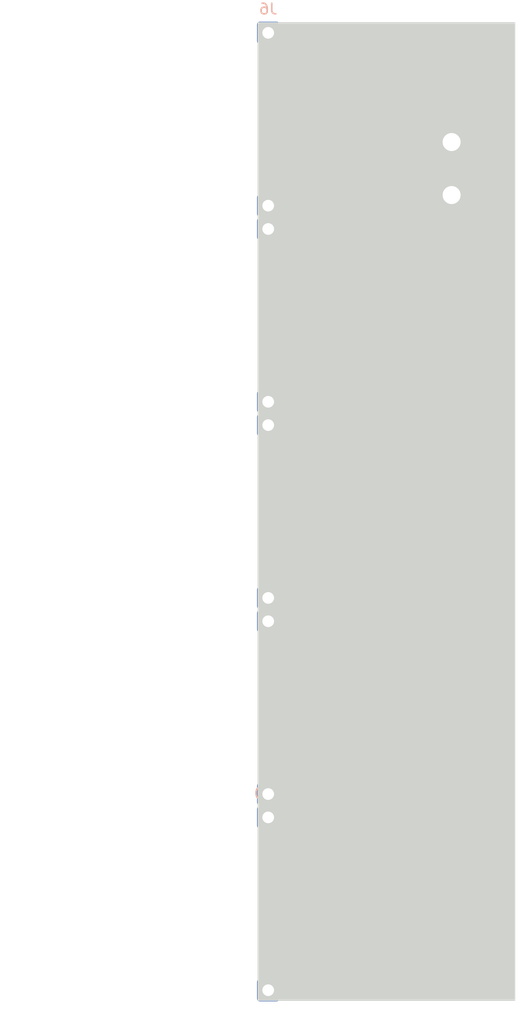
<source format=kicad_pcb>
(kicad_pcb (version 20240108) (generator "pcbnew") (generator_version "8.0")
  (layers (0 "F.Cu" signal) (31 "B.Cu" signal) (34 "B.Paste" user) (35 "F.Paste" user) (36 "B.SilkS" user "B.Silkscreen") (37 "F.SilkS" user "F.Silkscreen") (38 "B.Mask" user) (39 "F.Mask" user) (44 "Edge.Cuts" user))
  (net 0 "")
  (net 1 "GND")
  (net 2 "PWR")
  (net 3 "Net-(J11-Pin_1)")
  (footprint "Connector_Wire:SolderWire-0.5sqmm_1x01_D0.9mm_OD2.1mm" (layer "F.Cu") (at 134.7 127.5)
    (property "Reference" "J9" (at 0 -2.25 0) (layer "F.SilkS"))
    (property "Value" "Conn_01x01_Socket")
    (pad "1" thru_hole roundrect (at 0 0) (size 2.1 2.1) (drill 1.1) (layers "*.Cu" "*.Mask") (roundrect_rratio 0.119048) (net 1 "GND"))
  )
  (footprint "Connector_Wire:SolderWire-0.5sqmm_1x01_D0.9mm_OD2.1mm" (layer "F.Cu") (at 134.7 90.5)
    (property "Reference" "J7" (at 0 -2.25 0) (layer "F.SilkS"))
    (property "Value" "Conn_01x01_Socket")
    (pad "1" thru_hole roundrect (at 0 0) (size 2.1 2.1) (drill 1.1) (layers "*.Cu" "*.Mask") (roundrect_rratio 0.119048) (net 1 "GND"))
  )
  (footprint "Connector_Wire:SolderWire-0.5sqmm_1x01_D0.9mm_OD2.1mm" (layer "F.Cu") (at 134.7 53.5)
    (property "Reference" "J1" (at 0 -2.25 0) (layer "F.SilkS"))
    (property "Value" "Conn_01x01_Socket")
    (pad "1" thru_hole roundrect (at 0 0) (size 2.1 2.1) (drill 1.1) (layers "*.Cu" "*.Mask") (roundrect_rratio 0.119048) (net 1 "GND"))
  )
  (footprint "Resistor_SMD:R_2010_5025Metric_Pad1.40x2.65mm_HandSolder" (layer "F.Cu") (at 150.1 40)
    (property "Reference" "R1" (at 0 -2.28 0) (layer "F.SilkS"))
    (property "Value" "R")
    (fp_line (start -1.527064 -1.36) (end 1.527064 -1.36) (stroke (width 0.12)) (layer "F.SilkS"))
    (fp_line (start -1.527064 1.36) (end 1.527064 1.36) (stroke (width 0.12)) (layer "F.SilkS"))
    (pad "1" smd roundrect (at -2.4 0) (size 1.4 2.65) (layers "F.Cu" "F.Paste" "F.Mask") (roundrect_rratio 0.178571) (net 2 "PWR"))
    (pad "2" smd roundrect (at 2.4 0) (size 1.4 2.65) (layers "F.Cu" "F.Paste" "F.Mask") (roundrect_rratio 0.178571) (net 3 "Net-(J11-Pin_1)"))
  )
  (footprint "Connector_JST:JST_NV_B02P-NV_1x02_P5.00mm_Vertical" (layer "F.Cu") (at 152 52.5 90)
    (property "Reference" "J11" (at 2.5 -4.9 90) (layer "F.SilkS"))
    (property "Value" "Conn_01x02_Socket")
    (fp_line (start 7.61 -3.81) (end -2.61 -3.81) (stroke (width 0.12)) (layer "F.SilkS"))
    (fp_line (start -2.61 -3.81) (end -2.61 4.91) (stroke (width 0.12)) (layer "F.SilkS"))
    (fp_line (start -3.41 -0.3) (end -2.81 0) (stroke (width 0.12)) (layer "F.SilkS"))
    (fp_line (start -2.81 0) (end -3.41 0.3) (stroke (width 0.12)) (layer "F.SilkS"))
    (fp_line (start -3.41 0.3) (end -3.41 -0.3) (stroke (width 0.12)) (layer "F.SilkS"))
    (fp_line (start 7.61 4.91) (end 7.61 -3.81) (stroke (width 0.12)) (layer "F.SilkS"))
    (fp_line (start -2.61 4.91) (end 7.61 4.91) (stroke (width 0.12)) (layer "F.SilkS"))
    (pad "1" thru_hole roundrect (at 0 0 90) (size 2.7 2.7) (drill 1.7) (layers "*.Cu" "*.Mask") (roundrect_rratio 0.092593) (net 3 "Net-(J11-Pin_1)"))
    (pad "2" thru_hole circle (at 5 0 90) (size 2.7 2.7) (drill 1.7) (layers "*.Cu" "*.Mask") (net 1 "GND"))
  )
  (footprint "Connector_Wire:SolderWire-0.5sqmm_1x01_D0.9mm_OD2.1mm" (layer "F.Cu") (at 134.7 72)
    (property "Reference" "J5" (at 0 -2.25 0) (layer "F.SilkS"))
    (property "Value" "Conn_01x01_Socket")
    (pad "1" thru_hole roundrect (at 0 0) (size 2.1 2.1) (drill 1.1) (layers "*.Cu" "*.Mask") (roundrect_rratio 0.119048) (net 1 "GND"))
  )
  (footprint "Connector_Wire:SolderWire-0.5sqmm_1x01_D0.9mm_OD2.1mm" (layer "F.Cu") (at 134.7 109)
    (property "Reference" "J3" (at 0 -2.25 0) (layer "F.SilkS"))
    (property "Value" "Conn_01x01_Socket")
    (pad "1" thru_hole roundrect (at 0 0) (size 2.1 2.1) (drill 1.1) (layers "*.Cu" "*.Mask") (roundrect_rratio 0.119048) (net 1 "GND"))
  )
  (footprint "Connector_Wire:SolderWire-0.5sqmm_1x01_D0.9mm_OD2.1mm" (layer "B.Cu") (at 134.7 111.2 180)
    (property "Reference" "J10" (at 0 2.25 0) (layer "B.SilkS") (effects (justify mirror)))
    (property "Value" "Conn_01x01_Socket")
    (pad "1" thru_hole roundrect (at 0 0 180) (size 2.1 2.1) (drill 1.1) (layers "*.Cu" "*.Mask") (roundrect_rratio 0.119048) (net 2 "PWR"))
  )
  (footprint "Connector_Wire:SolderWire-0.5sqmm_1x01_D0.9mm_OD2.1mm" (layer "B.Cu") (at 134.7 74.2 180)
    (property "Reference" "J8" (at 0 2.25 0) (layer "B.SilkS") (effects (justify mirror)))
    (property "Value" "Conn_01x01_Socket")
    (pad "1" thru_hole roundrect (at 0 0 180) (size 2.1 2.1) (drill 1.1) (layers "*.Cu" "*.Mask") (roundrect_rratio 0.119048) (net 2 "PWR"))
  )
  (footprint "Connector_Wire:SolderWire-0.5sqmm_1x01_D0.9mm_OD2.1mm" (layer "B.Cu") (at 134.7 92.7 180)
    (property "Reference" "J4" (at 0 2.25 0) (layer "B.SilkS") (effects (justify mirror)))
    (property "Value" "Conn_01x01_Socket")
    (pad "1" thru_hole roundrect (at 0 0 180) (size 2.1 2.1) (drill 1.1) (layers "*.Cu" "*.Mask") (roundrect_rratio 0.119048) (net 2 "PWR"))
  )
  (footprint "Connector_Wire:SolderWire-0.5sqmm_1x01_D0.9mm_OD2.1mm" (layer "B.Cu") (at 134.7 55.7 180)
    (property "Reference" "J2" (at 0 2.25 0) (layer "B.SilkS") (effects (justify mirror)))
    (property "Value" "Conn_01x01_Socket")
    (pad "1" thru_hole roundrect (at 0 0 180) (size 2.1 2.1) (drill 1.1) (layers "*.Cu" "*.Mask") (roundrect_rratio 0.119048) (net 2 "PWR"))
  )
  (footprint "Connector_Wire:SolderWire-0.5sqmm_1x01_D0.9mm_OD2.1mm" (layer "B.Cu") (at 134.7 37.2 180)
    (property "Reference" "J6" (at 0 2.25 0) (layer "B.SilkS") (effects (justify mirror)))
    (property "Value" "Conn_01x01_Socket")
    (pad "1" thru_hole roundrect (at 0 0 180) (size 2.1 2.1) (drill 1.1) (layers "*.Cu" "*.Mask") (roundrect_rratio 0.119048) (net 2 "PWR"))
  )
  (gr_poly (pts (xy 133.7 36.2) (xy 158 36.2) (xy 158 128.5) (xy 133.7 128.5)) (fill solid) (layer "Edge.Cuts"))
)
</source>
